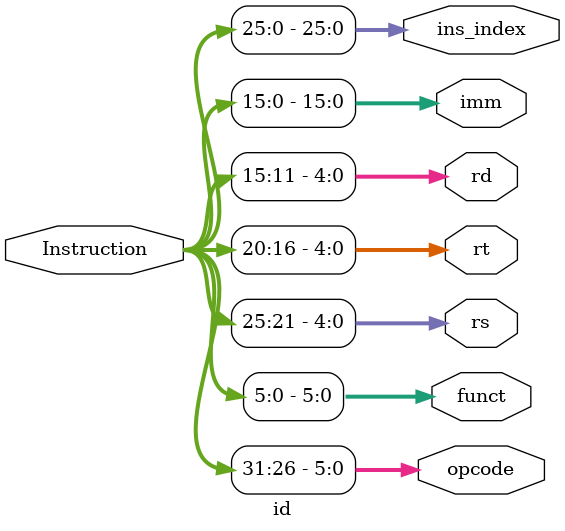
<source format=v>
`timescale 1 ns / 1ps

module id(
    input [31:0] Instruction,
    output [5:0] opcode,
    output [5:0] funct,
    output [4:0] rs,
    output [4:0] rt,
    output [4:0] rd,
    output [15:0] imm,
    output [25:0] ins_index
);

assign {opcode, rs, rt, rd} = Instruction[31:11];
assign funct = Instruction[5:0];
assign imm = Instruction[15:0];
assign ins_index = Instruction[25:0];

endmodule // id
</source>
